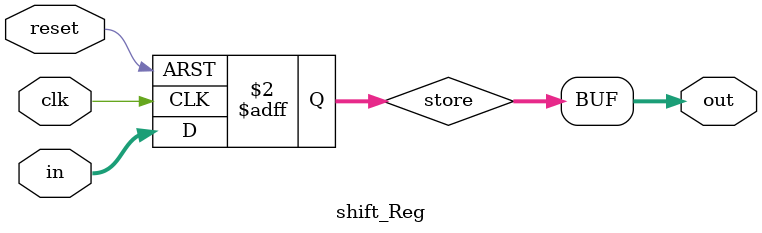
<source format=v>
`timescale 1ns / 1ps
module shift_Reg(
    input clk,
    input reset,
    input [31:0]in,
    output [31:0]out
);
    reg [31:0]store;
    reg count;
    always @ (posedge clk or posedge reset) begin
        if(reset) begin
            store = 32'd0;
            count = 0;
        end
//        else begin
//            if(!count) begin
//                store = in;
//                count = 1;
//            end
//            else
//                count = 0;
//        end
        else
            store = in;
    end
    assign out = store;
endmodule

</source>
